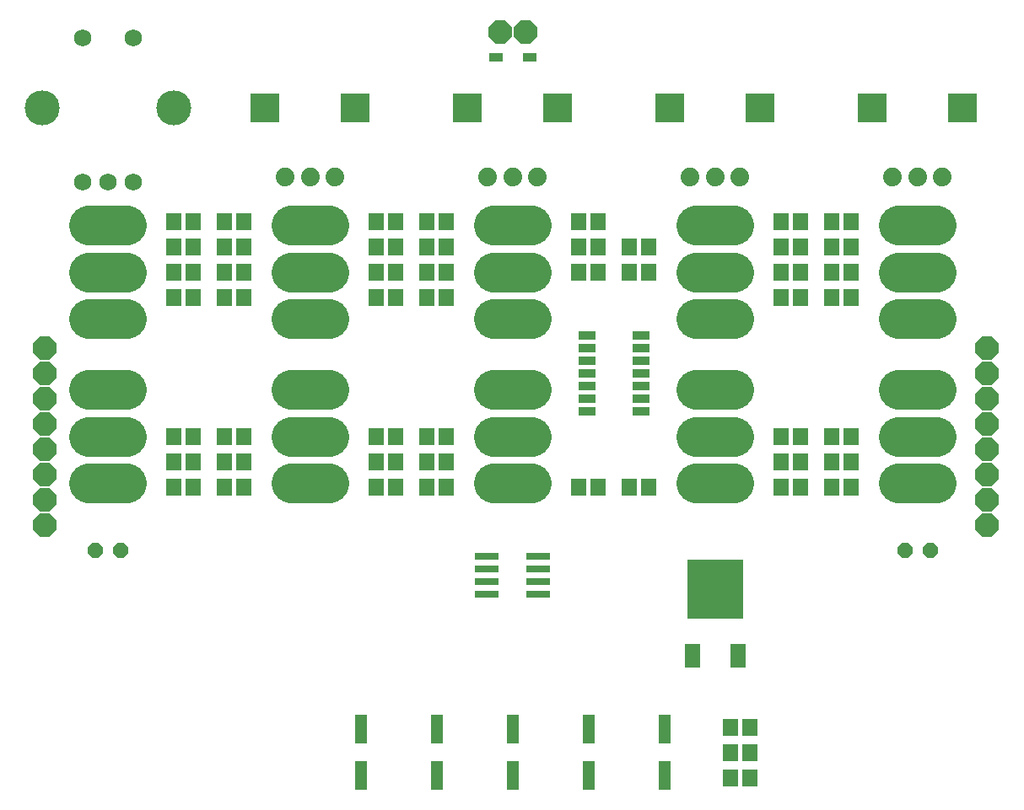
<source format=gbr>
G04 EAGLE Gerber RS-274X export*
G75*
%MOMM*%
%FSLAX34Y34*%
%LPD*%
%INSoldermask Top*%
%IPPOS*%
%AMOC8*
5,1,8,0,0,1.08239X$1,22.5*%
G01*
%ADD10P,2.556822X8X22.500000*%
%ADD11C,1.879600*%
%ADD12R,3.003200X3.003200*%
%ADD13R,1.203200X3.003200*%
%ADD14R,1.503200X1.703200*%
%ADD15R,1.403200X0.953200*%
%ADD16R,1.503200X2.353200*%
%ADD17R,5.703200X5.903200*%
%ADD18R,2.403200X0.803200*%
%ADD19R,1.728200X0.853200*%
%ADD20P,1.649562X8X22.500000*%
%ADD21C,4.013200*%
%ADD22C,1.727200*%
%ADD23C,3.505200*%


D10*
X984250Y355600D03*
X495300Y774700D03*
X38100Y457200D03*
D11*
X329800Y628500D03*
X304800Y628500D03*
X279800Y628500D03*
D12*
X259800Y698500D03*
X349800Y698500D03*
D13*
X355600Y27300D03*
X355600Y74300D03*
X660400Y27300D03*
X660400Y74300D03*
X431800Y27300D03*
X431800Y74300D03*
D14*
X168300Y558800D03*
X187300Y558800D03*
X574700Y584200D03*
X593700Y584200D03*
X796900Y584200D03*
X777900Y584200D03*
X219100Y558800D03*
X238100Y558800D03*
X422300Y342900D03*
X441300Y342900D03*
X574700Y558800D03*
X593700Y558800D03*
X574700Y533400D03*
X593700Y533400D03*
X390500Y584200D03*
X371500Y584200D03*
X777900Y317500D03*
X796900Y317500D03*
D13*
X508000Y27300D03*
X508000Y74300D03*
D14*
X777900Y342900D03*
X796900Y342900D03*
X371500Y558800D03*
X390500Y558800D03*
X187300Y533400D03*
X168300Y533400D03*
X644500Y558800D03*
X625500Y558800D03*
X828700Y317500D03*
X847700Y317500D03*
X847700Y368300D03*
X828700Y368300D03*
X422300Y558800D03*
X441300Y558800D03*
X168300Y508000D03*
X187300Y508000D03*
D13*
X584200Y27300D03*
X584200Y74300D03*
D15*
X491000Y749300D03*
X525000Y749300D03*
D10*
X38100Y330200D03*
X38100Y431800D03*
X38100Y406400D03*
X984250Y431800D03*
D11*
X736200Y628500D03*
X711200Y628500D03*
X686200Y628500D03*
D12*
X666200Y698500D03*
X756200Y698500D03*
D10*
X520700Y774700D03*
X984250Y304800D03*
D16*
X688350Y148000D03*
D17*
X711200Y214650D03*
D16*
X734050Y148000D03*
D18*
X482000Y234950D03*
X534000Y234950D03*
X482000Y247650D03*
X482000Y222250D03*
X482000Y209550D03*
X534000Y247650D03*
X534000Y222250D03*
X534000Y209550D03*
D19*
X582480Y469900D03*
X582480Y457200D03*
X582480Y444500D03*
X582480Y431800D03*
X582480Y419100D03*
X582480Y406400D03*
X582480Y393700D03*
X636720Y393700D03*
X636720Y406400D03*
X636720Y419100D03*
X636720Y431800D03*
X636720Y444500D03*
X636720Y457200D03*
X636720Y469900D03*
D20*
X901700Y254000D03*
X927100Y254000D03*
X88900Y254000D03*
X114300Y254000D03*
D11*
X939400Y628500D03*
X914400Y628500D03*
X889400Y628500D03*
D12*
X869400Y698500D03*
X959400Y698500D03*
D10*
X984250Y457200D03*
X984250Y381000D03*
X984250Y406400D03*
X38100Y355600D03*
X38100Y381000D03*
D14*
X727100Y50800D03*
X746100Y50800D03*
X847700Y558800D03*
X828700Y558800D03*
X219100Y317500D03*
X238100Y317500D03*
X168300Y368300D03*
X187300Y368300D03*
X168300Y342900D03*
X187300Y342900D03*
X828700Y508000D03*
X847700Y508000D03*
X796900Y508000D03*
X777900Y508000D03*
X371500Y533400D03*
X390500Y533400D03*
X219100Y342900D03*
X238100Y342900D03*
X219100Y533400D03*
X238100Y533400D03*
X746100Y76200D03*
X727100Y76200D03*
X187300Y317500D03*
X168300Y317500D03*
X187300Y584200D03*
X168300Y584200D03*
X219100Y584200D03*
X238100Y584200D03*
X796900Y558800D03*
X777900Y558800D03*
X441300Y584200D03*
X422300Y584200D03*
X847700Y584200D03*
X828700Y584200D03*
X777900Y533400D03*
X796900Y533400D03*
X422300Y368300D03*
X441300Y368300D03*
X371500Y342900D03*
X390500Y342900D03*
X441300Y317500D03*
X422300Y317500D03*
X593700Y317500D03*
X574700Y317500D03*
X644500Y317500D03*
X625500Y317500D03*
X371500Y368300D03*
X390500Y368300D03*
X219100Y508000D03*
X238100Y508000D03*
X644500Y533400D03*
X625500Y533400D03*
X847700Y533400D03*
X828700Y533400D03*
X441300Y533400D03*
X422300Y533400D03*
X746100Y25400D03*
X727100Y25400D03*
X847700Y342900D03*
X828700Y342900D03*
X777900Y368300D03*
X796900Y368300D03*
X422300Y508000D03*
X441300Y508000D03*
X238100Y368300D03*
X219100Y368300D03*
X390500Y317500D03*
X371500Y317500D03*
X371500Y508000D03*
X390500Y508000D03*
D21*
X895350Y321310D02*
X933450Y321310D01*
X933450Y368300D02*
X895350Y368300D01*
X895350Y415290D02*
X933450Y415290D01*
X323850Y321310D02*
X285750Y321310D01*
X285750Y368300D02*
X323850Y368300D01*
X323850Y415290D02*
X285750Y415290D01*
X120650Y415290D02*
X82550Y415290D01*
X82550Y368300D02*
X120650Y368300D01*
X120650Y321310D02*
X82550Y321310D01*
X895350Y580390D02*
X933450Y580390D01*
X933450Y533400D02*
X895350Y533400D01*
X895350Y486410D02*
X933450Y486410D01*
X730250Y580390D02*
X692150Y580390D01*
X692150Y533400D02*
X730250Y533400D01*
X730250Y486410D02*
X692150Y486410D01*
X527050Y580390D02*
X488950Y580390D01*
X488950Y533400D02*
X527050Y533400D01*
X527050Y486410D02*
X488950Y486410D01*
X323850Y580390D02*
X285750Y580390D01*
X285750Y533400D02*
X323850Y533400D01*
X323850Y486410D02*
X285750Y486410D01*
X120650Y580390D02*
X82550Y580390D01*
X82550Y533400D02*
X120650Y533400D01*
X120650Y486410D02*
X82550Y486410D01*
X692150Y321310D02*
X730250Y321310D01*
X730250Y368300D02*
X692150Y368300D01*
X692150Y415290D02*
X730250Y415290D01*
X527050Y321310D02*
X488950Y321310D01*
X488950Y368300D02*
X527050Y368300D01*
X527050Y415290D02*
X488950Y415290D01*
D10*
X984250Y330200D03*
X38100Y279400D03*
D22*
X101600Y623570D03*
X76200Y768350D03*
D23*
X35560Y698500D03*
X167640Y698500D03*
D22*
X127000Y768350D03*
X76200Y623570D03*
X127000Y623570D03*
D11*
X533000Y628500D03*
X508000Y628500D03*
X483000Y628500D03*
D12*
X463000Y698500D03*
X553000Y698500D03*
D10*
X984250Y279400D03*
X38100Y304800D03*
M02*

</source>
